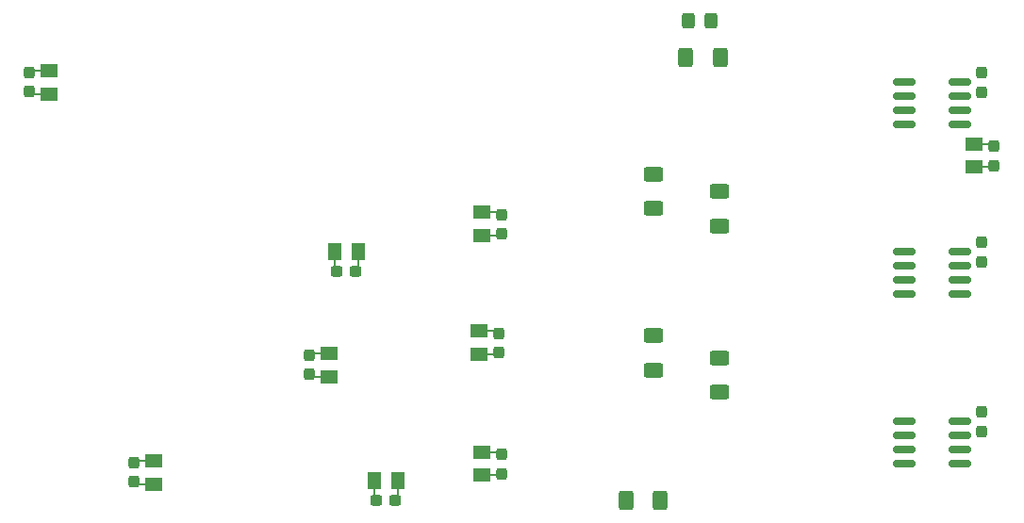
<source format=gbp>
G04 #@! TF.GenerationSoftware,KiCad,Pcbnew,(6.0.7)*
G04 #@! TF.CreationDate,2022-11-24T14:56:22+11:00*
G04 #@! TF.ProjectId,epic esc with regen,65706963-2065-4736-9320-776974682072,rev?*
G04 #@! TF.SameCoordinates,Original*
G04 #@! TF.FileFunction,Paste,Bot*
G04 #@! TF.FilePolarity,Positive*
%FSLAX46Y46*%
G04 Gerber Fmt 4.6, Leading zero omitted, Abs format (unit mm)*
G04 Created by KiCad (PCBNEW (6.0.7)) date 2022-11-24 14:56:22*
%MOMM*%
%LPD*%
G01*
G04 APERTURE LIST*
G04 Aperture macros list*
%AMRoundRect*
0 Rectangle with rounded corners*
0 $1 Rounding radius*
0 $2 $3 $4 $5 $6 $7 $8 $9 X,Y pos of 4 corners*
0 Add a 4 corners polygon primitive as box body*
4,1,4,$2,$3,$4,$5,$6,$7,$8,$9,$2,$3,0*
0 Add four circle primitives for the rounded corners*
1,1,$1+$1,$2,$3*
1,1,$1+$1,$4,$5*
1,1,$1+$1,$6,$7*
1,1,$1+$1,$8,$9*
0 Add four rect primitives between the rounded corners*
20,1,$1+$1,$2,$3,$4,$5,0*
20,1,$1+$1,$4,$5,$6,$7,0*
20,1,$1+$1,$6,$7,$8,$9,0*
20,1,$1+$1,$8,$9,$2,$3,0*%
%AMFreePoly0*
4,1,13,0.080902,2.058779,0.100000,2.000000,0.100000,0.725000,0.587500,0.725000,0.587500,-0.725000,-0.587500,-0.725000,-0.587500,0.725000,-0.100000,0.725000,-0.100000,2.000000,-0.080902,2.058779,-0.030902,2.095106,0.030902,2.095106,0.080902,2.058779,0.080902,2.058779,$1*%
G04 Aperture macros list end*
%ADD10RoundRect,0.237500X-0.237500X0.300000X-0.237500X-0.300000X0.237500X-0.300000X0.237500X0.300000X0*%
%ADD11FreePoly0,270.000000*%
%ADD12RoundRect,0.237500X0.237500X-0.300000X0.237500X0.300000X-0.237500X0.300000X-0.237500X-0.300000X0*%
%ADD13FreePoly0,90.000000*%
%ADD14RoundRect,0.237500X0.300000X0.237500X-0.300000X0.237500X-0.300000X-0.237500X0.300000X-0.237500X0*%
%ADD15FreePoly0,180.000000*%
%ADD16RoundRect,0.250000X0.325000X0.450000X-0.325000X0.450000X-0.325000X-0.450000X0.325000X-0.450000X0*%
%ADD17RoundRect,0.150000X-0.825000X-0.150000X0.825000X-0.150000X0.825000X0.150000X-0.825000X0.150000X0*%
%ADD18RoundRect,0.250000X-0.625000X0.400000X-0.625000X-0.400000X0.625000X-0.400000X0.625000X0.400000X0*%
%ADD19RoundRect,0.250000X-0.400000X-0.625000X0.400000X-0.625000X0.400000X0.625000X-0.400000X0.625000X0*%
%ADD20RoundRect,0.250000X0.625000X-0.400000X0.625000X0.400000X-0.625000X0.400000X-0.625000X-0.400000X0*%
G04 APERTURE END LIST*
D10*
X178308000Y-74321500D03*
D11*
X176530000Y-74125000D03*
D10*
X178308000Y-76046500D03*
D11*
X176530000Y-76200000D03*
D12*
X91696000Y-69421000D03*
D13*
X93474000Y-69617500D03*
D12*
X91696000Y-67696000D03*
D13*
X93474000Y-67542500D03*
D10*
X134112000Y-102007500D03*
D11*
X132334000Y-101811000D03*
D10*
X134112000Y-103732500D03*
D11*
X132334000Y-103886000D03*
D10*
X133856000Y-91107000D03*
D11*
X132078000Y-90910500D03*
D10*
X133856000Y-92832000D03*
D11*
X132078000Y-92985500D03*
D10*
X134110000Y-80439000D03*
D11*
X132332000Y-80242500D03*
D10*
X134110000Y-82164000D03*
D11*
X132332000Y-82317500D03*
D12*
X101094000Y-104473000D03*
D13*
X102872000Y-104669500D03*
D12*
X101094000Y-102748000D03*
D13*
X102872000Y-102594500D03*
D14*
X120983000Y-85596000D03*
D15*
X121179500Y-83818000D03*
D14*
X119258000Y-85596000D03*
D15*
X119104500Y-83818000D03*
D14*
X124539000Y-106170000D03*
D15*
X124735500Y-104392000D03*
D14*
X122814000Y-106170000D03*
D15*
X122660500Y-104392000D03*
D12*
X116842000Y-94821000D03*
D13*
X118620000Y-95017500D03*
D12*
X116842000Y-93096000D03*
D13*
X118620000Y-92942500D03*
D16*
X152870000Y-63000000D03*
X150820000Y-63000000D03*
D17*
X170245000Y-72390000D03*
X170245000Y-71120000D03*
X170245000Y-69850000D03*
X170245000Y-68580000D03*
X175195000Y-68580000D03*
X175195000Y-69850000D03*
X175195000Y-71120000D03*
X175195000Y-72390000D03*
D12*
X177165000Y-84682500D03*
X177165000Y-82957500D03*
D18*
X153670000Y-93310000D03*
X153670000Y-96410000D03*
D19*
X150620000Y-66360000D03*
X153720000Y-66360000D03*
D18*
X153670000Y-78360000D03*
X153670000Y-81460000D03*
D12*
X177165000Y-99922500D03*
X177165000Y-98197500D03*
D17*
X170245000Y-87630000D03*
X170245000Y-86360000D03*
X170245000Y-85090000D03*
X170245000Y-83820000D03*
X175195000Y-83820000D03*
X175195000Y-85090000D03*
X175195000Y-86360000D03*
X175195000Y-87630000D03*
X170245000Y-102870000D03*
X170245000Y-101600000D03*
X170245000Y-100330000D03*
X170245000Y-99060000D03*
X175195000Y-99060000D03*
X175195000Y-100330000D03*
X175195000Y-101600000D03*
X175195000Y-102870000D03*
D20*
X147670000Y-79910000D03*
X147670000Y-76810000D03*
D19*
X145236000Y-106172000D03*
X148336000Y-106172000D03*
D12*
X177165000Y-69442500D03*
X177165000Y-67717500D03*
D20*
X147670000Y-94410000D03*
X147670000Y-91310000D03*
M02*

</source>
